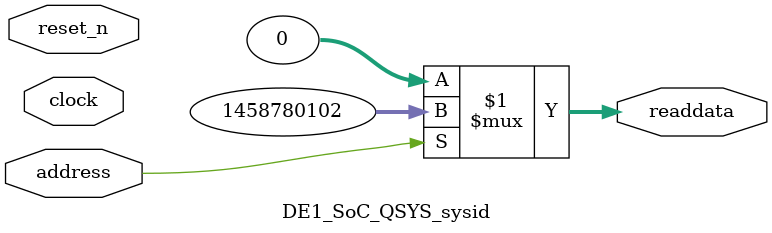
<source format=v>



// synthesis translate_off
`timescale 1ns / 1ps
// synthesis translate_on

// turn off superfluous verilog processor warnings 
// altera message_level Level1 
// altera message_off 10034 10035 10036 10037 10230 10240 10030 

module DE1_SoC_QSYS_sysid (
               // inputs:
                address,
                clock,
                reset_n,

               // outputs:
                readdata
             )
;

  output  [ 31: 0] readdata;
  input            address;
  input            clock;
  input            reset_n;

  wire    [ 31: 0] readdata;
  //control_slave, which is an e_avalon_slave
  assign readdata = address ? 1458780102 : 0;

endmodule




</source>
